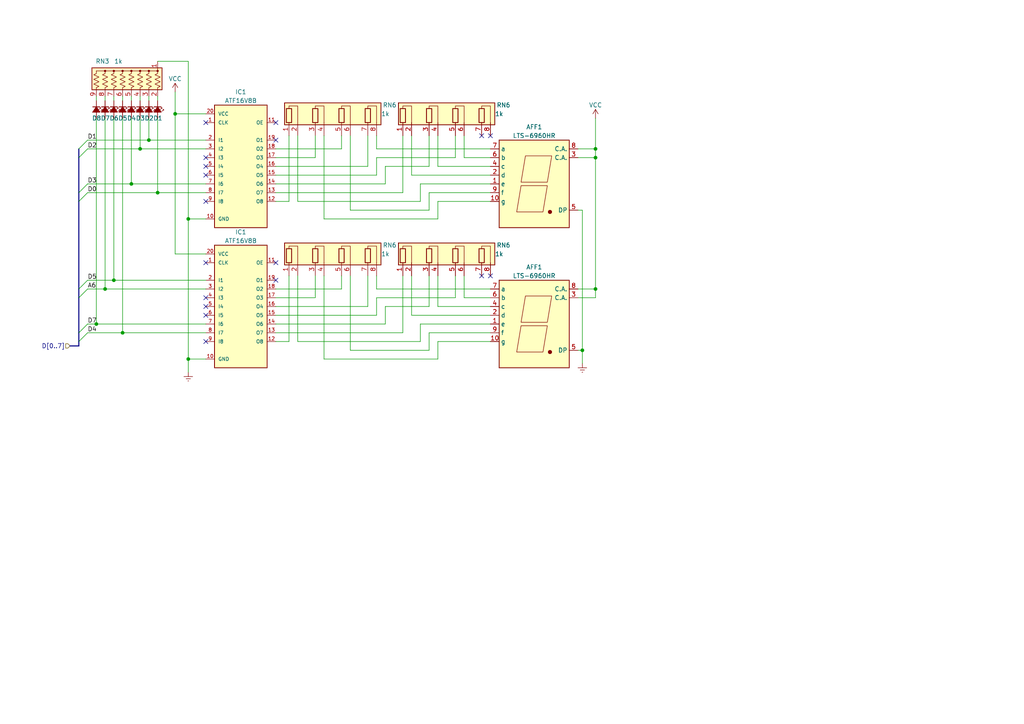
<source format=kicad_sch>
(kicad_sch (version 20230121) (generator eeschema)
  (paper "A4")
  (lib_symbols
    (symbol "ATF16V8B:ATF16V8B" (pin_names (offset 1.016))
      (property "Reference" "IC" (at -7.6215 19.0537 0))
      (property "Value" "ATF16V8B" (at -7.6215 -20.3241 0))
      (symbol "ATF16V8B_0_0"
        (rectangle (start -7.62 -17.78) (end 7.62 17.78) (stroke (width 0.254)) (fill (type background)))
        (pin input line (at -10.16 12.7 0) (length 2.54) (name "CLK") (number "1"))
        (pin power_in line (at -10.16 -15.24 0) (length 2.54) (name "GND") (number "10"))
        (pin input line (at 10.16 12.7 180) (length 2.54) (name "OE") (number "11"))
        (pin output line (at 10.16 -10.16 180) (length 2.54) (name "O8") (number "12"))
        (pin output line (at 10.16 -7.62 180) (length 2.54) (name "O7") (number "13"))
        (pin output line (at 10.16 -5.08 180) (length 2.54) (name "O6") (number "14"))
        (pin output line (at 10.16 -2.54 180) (length 2.54) (name "O5") (number "15"))
        (pin output line (at 10.16 0 180) (length 2.54) (name "O4") (number "16"))
        (pin output line (at 10.16 2.54 180) (length 2.54) (name "O3") (number "17"))
        (pin output line (at 10.16 5.08 180) (length 2.54) (name "O2") (number "18"))
        (pin output line (at 10.16 7.62 180) (length 2.54) (name "O1") (number "19"))
        (pin input line (at -10.16 7.62 0) (length 2.54) (name "I1") (number "2"))
        (pin power_in line (at -10.16 15.24 0) (length 2.54) (name "VCC") (number "20"))
        (pin input line (at -10.16 5.08 0) (length 2.54) (name "I2") (number "3"))
        (pin input line (at -10.16 2.54 0) (length 2.54) (name "I3") (number "4"))
        (pin input line (at -10.16 0 0) (length 2.54) (name "I4") (number "5"))
        (pin input line (at -10.16 -2.54 0) (length 2.54) (name "I5") (number "6"))
        (pin input line (at -10.16 -5.08 0) (length 2.54) (name "I6") (number "7"))
        (pin input line (at -10.16 -7.62 0) (length 2.54) (name "I7") (number "8"))
        (pin input line (at -10.16 -10.16 0) (length 2.54) (name "I8") (number "9"))
      )
    )
    (symbol "Device:LED_Small_Filled" (pin_numbers hide) (pin_names (offset 0.254) hide)
      (property "Reference" "D" (at -1.27 3.175 0))
      (property "Value" "LED_Small_Filled" (at -4.445 -2.54 0))
      (symbol "LED_Small_Filled_0_1"
        (polyline (pts (xy -0.762 -1.016) (xy -0.762 1.016)) (stroke (width 0.254)))
        (polyline (pts (xy 1.016 0) (xy -0.762 0)))
        (polyline (pts (xy 0.762 -1.016) (xy -0.762 0) (xy 0.762 1.016) (xy 0.762 -1.016)) (stroke (width 0.254)) (fill (type outline)))
        (polyline (pts (xy 0 0.762) (xy -0.508 1.27) (xy -0.254 1.27) (xy -0.508 1.27) (xy -0.508 1.016)))
        (polyline (pts (xy 0.508 1.27) (xy 0 1.778) (xy 0.254 1.778) (xy 0 1.778) (xy 0 1.524)))
      )
      (symbol "LED_Small_Filled_1_1"
        (pin passive line (at -2.54 0 0) (length 1.778) (name "K") (number "1"))
        (pin passive line (at 2.54 0 180) (length 1.778) (name "A") (number "2"))
      )
    )
    (symbol "Device:R_Network08_US" (pin_names (offset 0) hide)
      (property "Reference" "RN" (at -12.7 0 90))
      (property "Value" "R_Network08_US" (at 10.16 0 90))
      (symbol "R_Network08_US_0_1"
        (rectangle (start -11.43 -3.175) (end 8.89 3.175) (stroke (width 0.254)) (fill (type background)))
        (circle (center -10.16 2.286) (radius 0.254) (fill (type outline)))
        (circle (center -7.62 2.286) (radius 0.254) (fill (type outline)))
        (circle (center -5.08 2.286) (radius 0.254) (fill (type outline)))
        (circle (center -2.54 2.286) (radius 0.254) (fill (type outline)))
        (polyline (pts (xy -10.16 2.286) (xy 7.62 2.286)))
        (polyline (pts (xy -10.16 2.286) (xy -10.16 1.524) (xy -9.398 1.1684) (xy -10.922 0.508) (xy -9.398 -0.1524) (xy -10.922 -0.8382) (xy -9.398 -1.524) (xy -10.922 -2.1844) (xy -10.16 -2.54) (xy -10.16 -3.81)))
        (polyline (pts (xy -7.62 2.286) (xy -7.62 1.524) (xy -6.858 1.1684) (xy -8.382 0.508) (xy -6.858 -0.1524) (xy -8.382 -0.8382) (xy -6.858 -1.524) (xy -8.382 -2.1844) (xy -7.62 -2.54) (xy -7.62 -3.81)))
        (polyline (pts (xy -5.08 2.286) (xy -5.08 1.524) (xy -4.318 1.1684) (xy -5.842 0.508) (xy -4.318 -0.1524) (xy -5.842 -0.8382) (xy -4.318 -1.524) (xy -5.842 -2.1844) (xy -5.08 -2.54) (xy -5.08 -3.81)))
        (polyline (pts (xy -2.54 2.286) (xy -2.54 1.524) (xy -1.778 1.1684) (xy -3.302 0.508) (xy -1.778 -0.1524) (xy -3.302 -0.8382) (xy -1.778 -1.524) (xy -3.302 -2.1844) (xy -2.54 -2.54) (xy -2.54 -3.81)))
        (polyline (pts (xy 0 2.286) (xy 0 1.524) (xy 0.762 1.1684) (xy -0.762 0.508) (xy 0.762 -0.1524) (xy -0.762 -0.8382) (xy 0.762 -1.524) (xy -0.762 -2.1844) (xy 0 -2.54) (xy 0 -3.81)))
        (polyline (pts (xy 2.54 2.286) (xy 2.54 1.524) (xy 3.302 1.1684) (xy 1.778 0.508) (xy 3.302 -0.1524) (xy 1.778 -0.8382) (xy 3.302 -1.524) (xy 1.778 -2.1844) (xy 2.54 -2.54) (xy 2.54 -3.81)))
        (polyline (pts (xy 5.08 2.286) (xy 5.08 1.524) (xy 5.842 1.1684) (xy 4.318 0.508) (xy 5.842 -0.1524) (xy 4.318 -0.8382) (xy 5.842 -1.524) (xy 4.318 -2.1844) (xy 5.08 -2.54) (xy 5.08 -3.81)))
        (polyline (pts (xy 7.62 2.286) (xy 7.62 1.524) (xy 8.382 1.1684) (xy 6.858 0.508) (xy 8.382 -0.1524) (xy 6.858 -0.8382) (xy 8.382 -1.524) (xy 6.858 -2.1844) (xy 7.62 -2.54) (xy 7.62 -3.81)))
        (circle (center 0 2.286) (radius 0.254) (fill (type outline)))
        (circle (center 2.54 2.286) (radius 0.254) (fill (type outline)))
        (circle (center 5.08 2.286) (radius 0.254) (fill (type outline)))
      )
      (symbol "R_Network08_US_1_1"
        (pin passive line (at -10.16 5.08 270) (length 2.54) (name "common") (number "1"))
        (pin passive line (at -10.16 -5.08 90) (length 1.27) (name "R1") (number "2"))
        (pin passive line (at -7.62 -5.08 90) (length 1.27) (name "R2") (number "3"))
        (pin passive line (at -5.08 -5.08 90) (length 1.27) (name "R3") (number "4"))
        (pin passive line (at -2.54 -5.08 90) (length 1.27) (name "R4") (number "5"))
        (pin passive line (at 0 -5.08 90) (length 1.27) (name "R5") (number "6"))
        (pin passive line (at 2.54 -5.08 90) (length 1.27) (name "R6") (number "7"))
        (pin passive line (at 5.08 -5.08 90) (length 1.27) (name "R7") (number "8"))
        (pin passive line (at 7.62 -5.08 90) (length 1.27) (name "R8") (number "9"))
      )
    )
    (symbol "Device:R_Pack04_SIP" (pin_names (offset 0) hide)
      (property "Reference" "RN" (at -15.24 0 90))
      (property "Value" "R_Pack04_SIP" (at 15.24 0 90))
      (symbol "R_Pack04_SIP_0_1"
        (rectangle (start -13.97 -1.905) (end 13.97 4.445) (stroke (width 0.254)) (fill (type background)))
        (rectangle (start -13.462 2.794) (end -11.938 -1.27) (stroke (width 0.254)))
        (rectangle (start -5.842 2.794) (end -4.318 -1.27) (stroke (width 0.254)))
        (polyline (pts (xy -12.7 2.794) (xy -12.7 3.556) (xy -10.16 3.556) (xy -10.16 -1.27)))
        (polyline (pts (xy -5.08 2.794) (xy -5.08 3.556) (xy -2.54 3.556) (xy -2.54 -1.27)))
        (polyline (pts (xy 2.54 2.794) (xy 2.54 3.556) (xy 5.08 3.556) (xy 5.08 -1.27)))
        (polyline (pts (xy 10.16 2.794) (xy 10.16 3.556) (xy 12.7 3.556) (xy 12.7 -1.27)))
        (rectangle (start 1.778 2.794) (end 3.302 -1.27) (stroke (width 0.254)))
        (rectangle (start 9.398 2.794) (end 10.922 -1.27) (stroke (width 0.254)))
      )
      (symbol "R_Pack04_SIP_1_1"
        (pin passive line (at -12.7 -5.08 90) (length 3.81) (name "R1.1") (number "1"))
        (pin passive line (at -10.16 -5.08 90) (length 3.81) (name "R1.2") (number "2"))
        (pin passive line (at -5.08 -5.08 90) (length 3.81) (name "R2.1") (number "3"))
        (pin passive line (at -2.54 -5.08 90) (length 3.81) (name "R2.2") (number "4"))
        (pin passive line (at 2.54 -5.08 90) (length 3.81) (name "R3.1") (number "5"))
        (pin passive line (at 5.08 -5.08 90) (length 3.81) (name "R3.2") (number "6"))
        (pin passive line (at 10.16 -5.08 90) (length 3.81) (name "R4.1") (number "7"))
        (pin passive line (at 12.7 -5.08 90) (length 3.81) (name "R4.2") (number "8"))
      )
    )
    (symbol "Display_Character:LTS-6960HR"
      (property "Reference" "AFF" (at -7.874 13.97 0))
      (property "Value" "LTS-6960HR" (at -2.032 13.97 0))
      (symbol "LTS-6960HR_0_1"
        (rectangle (start -10.16 12.7) (end 10.16 -12.7) (stroke (width 0.254)) (fill (type background)))
        (polyline (pts (xy -3.81 -0.508) (xy 3.81 -0.508) (xy 2.54 -8.128) (xy -5.08 -8.128) (xy -3.81 -0.508) (xy -3.81 -0.508)))
        (polyline (pts (xy -2.54 8.128) (xy 5.08 8.128) (xy 3.81 0.508) (xy -3.81 0.508) (xy -2.54 8.128) (xy -2.54 8.128)))
        (circle (center 4.572 -8.128) (radius 0.508) (fill (type outline)))
      )
      (symbol "LTS-6960HR_1_1"
        (pin passive line (at -12.7 0 0) (length 2.54) (name "e") (number "1"))
        (pin passive line (at -12.7 -5.08 0) (length 2.54) (name "g") (number "10"))
        (pin passive line (at -12.7 2.54 0) (length 2.54) (name "d") (number "2"))
        (pin passive line (at 12.7 7.62 180) (length 2.54) (name "C.A.") (number "3"))
        (pin passive line (at -12.7 5.08 0) (length 2.54) (name "c") (number "4"))
        (pin passive line (at 12.7 -7.62 180) (length 2.54) (name "DP") (number "5"))
        (pin passive line (at -12.7 7.62 0) (length 2.54) (name "b") (number "6"))
        (pin passive line (at -12.7 10.16 0) (length 2.54) (name "a") (number "7"))
        (pin passive line (at 12.7 10.16 180) (length 2.54) (name "C.A.") (number "8"))
        (pin passive line (at -12.7 -2.54 0) (length 2.54) (name "f") (number "9"))
      )
    )
    (symbol "power:Earth" (power) (pin_names (offset 0))
      (symbol "Earth_0_1"
        (polyline (pts (xy -0.635 -1.905) (xy 0.635 -1.905)))
        (polyline (pts (xy -0.127 -2.54) (xy 0.127 -2.54)))
        (polyline (pts (xy 0 -1.27) (xy 0 0)))
        (polyline (pts (xy 1.27 -1.27) (xy -1.27 -1.27)))
      )
      (symbol "Earth_1_1"
        (pin power_in line (at 0 0 270) (length 0) hide (name "Earth") (number "1"))
      )
    )
    (symbol "power:VCC" (power) (pin_names (offset 0))
      (property "Value" "VCC" (at 0 3.81 0))
      (symbol "VCC_0_1"
        (polyline (pts (xy -0.762 1.27) (xy 0 2.54)))
        (polyline (pts (xy 0 0) (xy 0 2.54)))
        (polyline (pts (xy 0 2.54) (xy 0.762 1.27)))
      )
      (symbol "VCC_1_1"
        (pin power_in line (at 0 0 90) (length 0) hide (name "VCC") (number "1"))
      )
    )
  )
  (junction (at 38.1 53.34))
  (junction (at 172.72 45.72))
  (junction (at 27.94 93.98))
  (junction (at 172.72 83.82))
  (junction (at 40.64 43.18))
  (junction (at 45.72 55.88))
  (junction (at 50.8 33.02))
  (junction (at 54.61 63.5))
  (junction (at 54.61 104.14))
  (junction (at 30.48 83.82))
  (junction (at 33.02 81.28))
  (junction (at 168.91 101.6))
  (junction (at 172.72 43.18))
  (junction (at 35.56 96.52))
  (junction (at 43.18 40.64))
  (no_connect (at 139.7 80.01))
  (no_connect (at 59.69 45.72))
  (no_connect (at 80.01 35.56))
  (no_connect (at 139.7 39.37))
  (no_connect (at 59.69 76.2))
  (no_connect (at 59.69 35.56))
  (no_connect (at 80.01 81.28))
  (no_connect (at 59.69 91.44))
  (no_connect (at 142.24 39.37))
  (no_connect (at 59.69 86.36))
  (no_connect (at 142.24 80.01))
  (no_connect (at 59.69 88.9))
  (no_connect (at 59.69 99.06))
  (no_connect (at 80.01 76.2))
  (no_connect (at 59.69 58.42))
  (no_connect (at 59.69 48.26))
  (no_connect (at 59.69 50.8))
  (no_connect (at 80.01 40.64))
  (bus_entry (at 22.86 43.18) (size 2.54 -2.54))
  (bus_entry (at 22.86 99.06) (size 2.54 -2.54))
  (bus_entry (at 22.86 45.72) (size 2.54 -2.54))
  (bus_entry (at 22.86 86.36) (size 2.54 -2.54))
  (bus_entry (at 22.86 96.52) (size 2.54 -2.54))
  (bus_entry (at 22.86 83.82) (size 2.54 -2.54))
  (bus_entry (at 22.86 55.88) (size 2.54 -2.54))
  (bus_entry (at 22.86 58.42) (size 2.54 -2.54))
  (wire (pts (xy 50.8 33.02) (xy 50.8 26.67)))
  (wire (pts (xy 109.22 50.8) (xy 80.01 50.8)))
  (wire (pts (xy 142.24 86.36) (xy 134.62 86.36)))
  (wire (pts (xy 35.56 34.29) (xy 35.56 96.52)))
  (wire (pts (xy 27.94 93.98) (xy 59.69 93.98)))
  (wire (pts (xy 142.24 88.9) (xy 127 88.9)))
  (wire (pts (xy 27.94 27.94) (xy 27.94 29.21)))
  (wire (pts (xy 86.36 80.01) (xy 86.36 99.06)))
  (wire (pts (xy 30.48 34.29) (xy 30.48 83.82)))
  (wire (pts (xy 124.46 80.01) (xy 124.46 88.9)))
  (wire (pts (xy 40.64 27.94) (xy 40.64 29.21)))
  (bus (pts (xy 22.86 83.82) (xy 22.86 86.36)))
  (wire (pts (xy 80.01 88.9) (xy 106.68 88.9)))
  (wire (pts (xy 106.68 39.37) (xy 106.68 48.26)))
  (wire (pts (xy 127 58.42) (xy 142.24 58.42)))
  (wire (pts (xy 45.72 34.29) (xy 45.72 55.88)))
  (wire (pts (xy 80.01 83.82) (xy 99.06 83.82)))
  (wire (pts (xy 132.08 80.01) (xy 132.08 86.36)))
  (wire (pts (xy 93.98 63.5) (xy 127 63.5)))
  (wire (pts (xy 124.46 60.96) (xy 124.46 55.88)))
  (wire (pts (xy 172.72 34.29) (xy 172.72 43.18)))
  (wire (pts (xy 124.46 48.26) (xy 111.76 48.26)))
  (wire (pts (xy 50.8 33.02) (xy 50.8 73.66)))
  (wire (pts (xy 43.18 27.94) (xy 43.18 29.21)))
  (wire (pts (xy 45.72 27.94) (xy 45.72 29.21)))
  (bus (pts (xy 22.86 58.42) (xy 22.86 83.82)))
  (wire (pts (xy 91.44 45.72) (xy 91.44 39.37)))
  (wire (pts (xy 38.1 34.29) (xy 38.1 53.34)))
  (wire (pts (xy 109.22 45.72) (xy 109.22 50.8)))
  (wire (pts (xy 116.84 39.37) (xy 116.84 55.88)))
  (wire (pts (xy 80.01 48.26) (xy 106.68 48.26)))
  (wire (pts (xy 111.76 88.9) (xy 111.76 93.98)))
  (wire (pts (xy 124.46 39.37) (xy 124.46 48.26)))
  (bus (pts (xy 20.32 100.33) (xy 22.86 100.33)))
  (wire (pts (xy 54.61 104.14) (xy 54.61 107.95)))
  (wire (pts (xy 38.1 27.94) (xy 38.1 29.21)))
  (wire (pts (xy 83.82 58.42) (xy 83.82 39.37)))
  (wire (pts (xy 50.8 73.66) (xy 59.69 73.66)))
  (wire (pts (xy 86.36 99.06) (xy 121.92 99.06)))
  (wire (pts (xy 142.24 50.8) (xy 119.38 50.8)))
  (wire (pts (xy 172.72 86.36) (xy 172.72 83.82)))
  (bus (pts (xy 22.86 99.06) (xy 22.86 100.33)))
  (wire (pts (xy 25.4 53.34) (xy 38.1 53.34)))
  (wire (pts (xy 86.36 39.37) (xy 86.36 58.42)))
  (wire (pts (xy 101.6 60.96) (xy 124.46 60.96)))
  (wire (pts (xy 25.4 93.98) (xy 27.94 93.98)))
  (wire (pts (xy 124.46 96.52) (xy 142.24 96.52)))
  (bus (pts (xy 22.86 96.52) (xy 22.86 99.06)))
  (wire (pts (xy 38.1 53.34) (xy 59.69 53.34)))
  (wire (pts (xy 93.98 39.37) (xy 93.98 63.5)))
  (wire (pts (xy 43.18 34.29) (xy 43.18 40.64)))
  (wire (pts (xy 134.62 86.36) (xy 134.62 80.01)))
  (wire (pts (xy 80.01 86.36) (xy 91.44 86.36)))
  (wire (pts (xy 116.84 96.52) (xy 80.01 96.52)))
  (wire (pts (xy 54.61 104.14) (xy 54.61 63.5)))
  (wire (pts (xy 40.64 34.29) (xy 40.64 43.18)))
  (wire (pts (xy 167.64 86.36) (xy 172.72 86.36)))
  (wire (pts (xy 116.84 80.01) (xy 116.84 96.52)))
  (wire (pts (xy 121.92 53.34) (xy 142.24 53.34)))
  (wire (pts (xy 25.4 55.88) (xy 45.72 55.88)))
  (wire (pts (xy 127 104.14) (xy 127 99.06)))
  (wire (pts (xy 25.4 83.82) (xy 30.48 83.82)))
  (wire (pts (xy 172.72 45.72) (xy 172.72 43.18)))
  (wire (pts (xy 134.62 45.72) (xy 134.62 39.37)))
  (wire (pts (xy 121.92 93.98) (xy 142.24 93.98)))
  (wire (pts (xy 101.6 101.6) (xy 124.46 101.6)))
  (wire (pts (xy 93.98 80.01) (xy 93.98 104.14)))
  (wire (pts (xy 132.08 39.37) (xy 132.08 45.72)))
  (wire (pts (xy 59.69 63.5) (xy 54.61 63.5)))
  (wire (pts (xy 80.01 45.72) (xy 91.44 45.72)))
  (wire (pts (xy 33.02 27.94) (xy 33.02 29.21)))
  (wire (pts (xy 121.92 93.98) (xy 121.92 99.06)))
  (wire (pts (xy 119.38 50.8) (xy 119.38 39.37)))
  (wire (pts (xy 127 99.06) (xy 142.24 99.06)))
  (wire (pts (xy 101.6 80.01) (xy 101.6 101.6)))
  (wire (pts (xy 99.06 43.18) (xy 99.06 39.37)))
  (wire (pts (xy 167.64 45.72) (xy 172.72 45.72)))
  (wire (pts (xy 25.4 96.52) (xy 35.56 96.52)))
  (wire (pts (xy 109.22 91.44) (xy 80.01 91.44)))
  (wire (pts (xy 30.48 27.94) (xy 30.48 29.21)))
  (wire (pts (xy 121.92 53.34) (xy 121.92 58.42)))
  (wire (pts (xy 111.76 53.34) (xy 80.01 53.34)))
  (wire (pts (xy 127 88.9) (xy 127 80.01)))
  (wire (pts (xy 142.24 45.72) (xy 134.62 45.72)))
  (bus (pts (xy 22.86 43.18) (xy 22.86 45.72)))
  (wire (pts (xy 124.46 55.88) (xy 142.24 55.88)))
  (wire (pts (xy 127 63.5) (xy 127 58.42)))
  (wire (pts (xy 80.01 43.18) (xy 99.06 43.18)))
  (wire (pts (xy 109.22 86.36) (xy 109.22 91.44)))
  (wire (pts (xy 35.56 27.94) (xy 35.56 29.21)))
  (wire (pts (xy 109.22 80.01) (xy 109.22 83.82)))
  (wire (pts (xy 124.46 101.6) (xy 124.46 96.52)))
  (wire (pts (xy 43.18 40.64) (xy 59.69 40.64)))
  (wire (pts (xy 111.76 93.98) (xy 80.01 93.98)))
  (wire (pts (xy 168.91 101.6) (xy 168.91 105.41)))
  (wire (pts (xy 142.24 48.26) (xy 127 48.26)))
  (wire (pts (xy 93.98 104.14) (xy 127 104.14)))
  (wire (pts (xy 111.76 48.26) (xy 111.76 53.34)))
  (wire (pts (xy 127 48.26) (xy 127 39.37)))
  (bus (pts (xy 22.86 86.36) (xy 22.86 96.52)))
  (bus (pts (xy 22.86 55.88) (xy 22.86 58.42)))
  (wire (pts (xy 109.22 83.82) (xy 142.24 83.82)))
  (wire (pts (xy 40.64 43.18) (xy 59.69 43.18)))
  (wire (pts (xy 27.94 34.29) (xy 27.94 93.98)))
  (wire (pts (xy 172.72 45.72) (xy 172.72 83.82)))
  (wire (pts (xy 25.4 81.28) (xy 33.02 81.28)))
  (wire (pts (xy 167.64 60.96) (xy 168.91 60.96)))
  (wire (pts (xy 116.84 55.88) (xy 80.01 55.88)))
  (wire (pts (xy 109.22 43.18) (xy 142.24 43.18)))
  (wire (pts (xy 35.56 96.52) (xy 59.69 96.52)))
  (wire (pts (xy 59.69 104.14) (xy 54.61 104.14)))
  (wire (pts (xy 109.22 39.37) (xy 109.22 43.18)))
  (wire (pts (xy 106.68 80.01) (xy 106.68 88.9)))
  (bus (pts (xy 22.86 45.72) (xy 22.86 55.88)))
  (wire (pts (xy 168.91 60.96) (xy 168.91 101.6)))
  (wire (pts (xy 101.6 39.37) (xy 101.6 60.96)))
  (wire (pts (xy 124.46 88.9) (xy 111.76 88.9)))
  (wire (pts (xy 54.61 17.78) (xy 54.61 63.5)))
  (wire (pts (xy 86.36 58.42) (xy 121.92 58.42)))
  (wire (pts (xy 25.4 43.18) (xy 40.64 43.18)))
  (wire (pts (xy 167.64 43.18) (xy 172.72 43.18)))
  (wire (pts (xy 142.24 91.44) (xy 119.38 91.44)))
  (wire (pts (xy 33.02 81.28) (xy 59.69 81.28)))
  (wire (pts (xy 167.64 101.6) (xy 168.91 101.6)))
  (wire (pts (xy 83.82 99.06) (xy 83.82 80.01)))
  (wire (pts (xy 167.64 83.82) (xy 172.72 83.82)))
  (wire (pts (xy 80.01 58.42) (xy 83.82 58.42)))
  (wire (pts (xy 119.38 91.44) (xy 119.38 80.01)))
  (wire (pts (xy 25.4 40.64) (xy 43.18 40.64)))
  (wire (pts (xy 132.08 45.72) (xy 109.22 45.72)))
  (wire (pts (xy 91.44 86.36) (xy 91.44 80.01)))
  (wire (pts (xy 33.02 34.29) (xy 33.02 81.28)))
  (wire (pts (xy 80.01 99.06) (xy 83.82 99.06)))
  (wire (pts (xy 59.69 33.02) (xy 50.8 33.02)))
  (wire (pts (xy 45.72 17.78) (xy 54.61 17.78)))
  (wire (pts (xy 132.08 86.36) (xy 109.22 86.36)))
  (wire (pts (xy 30.48 83.82) (xy 59.69 83.82)))
  (wire (pts (xy 45.72 55.88) (xy 59.69 55.88)))
  (wire (pts (xy 99.06 83.82) (xy 99.06 80.01)))
  (label "D0" (at 25.4 55.88 0))
  (label "D1" (at 25.4 40.64 0))
  (label "D3" (at 25.4 53.34 0))
  (label "D7" (at 25.4 93.98 0))
  (label "D4" (at 25.4 96.52 0))
  (label "A6" (at 25.4 83.82 0))
  (label "D2" (at 25.4 43.18 0))
  (label "D5" (at 25.4 81.28 0))
  (hierarchical_label "D[0..7]" (shape input) (at 20.32 100.33 180))
  (symbol (lib_id "Device:R_Pack04_SIP") (at 96.52 74.93 0) (unit 1)
    (property "Reference" "RN6" (at 113.03 71.12 0))
    (property "Value" "1k" (at 111.76 73.66 0))
    (property "Footprint" "Resistor_THT:R_Array_SIP8" (effects hide))
    (property "Datasheet" "http://www.vishay.com/docs/31509/csc.pdf" (effects hide))
    (instances (project "rod6502" (path "" (reference "RN6") (unit 1)) (path "" (reference "RN6") (unit 1)) (path "" (reference "RN15") (unit 1))))
  )
  (symbol (lib_id "Device:R_Network08_US") (at 35.56 22.86 0) (mirror y) (unit 1)
    (property "Reference" "RN3" (at 31.75 17.78 0) (effects (justify left)))
    (property "Value" "1k" (at 35.56 17.78 0) (effects (justify left)))
    (property "Footprint" "Resistor_THT:R_Array_SIP9" (effects hide))
    (property "Datasheet" "http://www.vishay.com/docs/31509/csc.pdf" (effects hide))
    (instances (project "rod6502" (path "" (reference "RN3") (unit 1)) (path "" (reference "RN3") (unit 1)) (path "" (reference "RN12") (unit 1))))
  )
  (symbol (lib_id "Display_Character:LTS-6960HR") (at 154.94 53.34 0) (unit 1)
    (property "Reference" "AFF1" (at 154.94 36.83 0))
    (property "Value" "LTS-6960HR" (at 154.94 39.37 0))
    (property "Footprint" "Display_7Segment:7SegmentLED_LTS6760_LTS6780" (effects hide))
    (property "Datasheet" "https://datasheet.octopart.com/LTS-6960HR-Lite-On-datasheet-11803242.pdf" (effects hide))
    (instances (project "rod6502" (path "" (reference "AFF1") (unit 1)) (path "" (reference "AFF1") (unit 1)) (path "" (reference "AFF3") (unit 1))))
  )
  (symbol (lib_id "Device:LED_Small_Filled") (at 30.48 31.75 270) (unit 1)
    (property "Reference" "D7" (at 29.21 34.29 90) (effects (justify left)))
    (property "Value" "LED_Small_Filled" (effects hide))
    (instances (project "rod6502" (path "" (reference "D7") (unit 1)) (path "" (reference "D2") (unit 1)) (path "" (reference "D10") (unit 1))))
  )
  (symbol (lib_id "Display_Character:LTS-6960HR") (at 154.94 93.98 0) (unit 1)
    (property "Reference" "AFF1" (at 154.94 77.47 0))
    (property "Value" "LTS-6960HR" (at 154.94 80.01 0))
    (property "Footprint" "Display_7Segment:7SegmentLED_LTS6760_LTS6780" (effects hide))
    (property "Datasheet" "https://datasheet.octopart.com/LTS-6960HR-Lite-On-datasheet-11803242.pdf" (effects hide))
    (instances (project "rod6502" (path "" (reference "AFF1") (unit 1)) (path "" (reference "AFF2") (unit 1)) (path "" (reference "AFF4") (unit 1))))
  )
  (symbol (lib_id "Device:LED_Small_Filled") (at 40.64 31.75 270) (unit 1)
    (property "Reference" "D3" (at 39.37 34.29 90) (effects (justify left)))
    (property "Value" "LED_Small_Filled" (effects hide))
    (instances (project "rod6502" (path "" (reference "D3") (unit 1)) (path "" (reference "D6") (unit 1)) (path "" (reference "D14") (unit 1))))
  )
  (symbol (lib_id "power:Earth") (at 54.61 107.95 0) (unit 1)
    (property "Reference" "#PWR050" (effects hide))
    (property "Value" "Earth" (effects hide))
  )
  (symbol (lib_id "Device:LED_Small_Filled") (at 35.56 31.75 270) (unit 1)
    (property "Reference" "D5" (at 34.29 34.29 90) (effects (justify left)))
    (property "Value" "LED_Small_Filled" (effects hide))
    (instances (project "rod6502" (path "" (reference "D5") (unit 1)) (path "" (reference "D4") (unit 1)) (path "" (reference "D12") (unit 1))))
  )
  (symbol (lib_id "Device:R_Pack04_SIP") (at 129.54 74.93 0) (unit 1)
    (property "Reference" "RN6" (at 146.05 71.12 0))
    (property "Value" "1k" (at 144.78 73.66 0))
    (property "Footprint" "Resistor_THT:R_Array_SIP8" (effects hide))
    (property "Datasheet" "http://www.vishay.com/docs/31509/csc.pdf" (effects hide))
    (instances (project "rod6502" (path "" (reference "RN6") (unit 1)) (path "" (reference "RN11") (unit 1)) (path "" (reference "RN16") (unit 1))))
  )
  (symbol (lib_id "Device:LED_Small_Filled") (at 33.02 31.75 270) (unit 1)
    (property "Reference" "D6" (at 31.75 34.29 90) (effects (justify left)))
    (property "Value" "LED_Small_Filled" (effects hide))
    (instances (project "rod6502" (path "" (reference "D6") (unit 1)) (path "" (reference "D3") (unit 1)) (path "" (reference "D11") (unit 1))))
  )
  (symbol (lib_id "power:VCC") (at 172.72 34.29 0) (unit 1)
    (property "Reference" "#PWR05" (effects hide))
    (property "Value" "+5V" (at 172.72 30.48 0))
    (instances (project "rod6502" (path "" (reference "#PWR05") (unit 1)) (path "" (reference "#PWR025") (unit 1)) (path "" (reference "#PWR025") (unit 1)) (path "" (reference "#PWR049") (unit 1))))
  )
  (symbol (lib_id "Device:LED_Small_Filled") (at 43.18 31.75 270) (unit 1)
    (property "Reference" "D2" (at 41.91 34.29 90) (effects (justify left)))
    (property "Value" "LED_Small_Filled" (effects hide))
    (instances (project "rod6502" (path "" (reference "D2") (unit 1)) (path "" (reference "D7") (unit 1)) (path "" (reference "D15") (unit 1))))
  )
  (symbol (lib_id "Device:LED_Small_Filled") (at 45.72 31.75 270) (unit 1)
    (property "Reference" "D1" (at 44.45 34.29 90) (effects (justify left)))
    (property "Value" "LED_Small_Filled" (effects hide))
    (instances (project "rod6502" (path "" (reference "D1") (unit 1)) (path "" (reference "D8") (unit 1)) (path "" (reference "D16") (unit 1))))
  )
  (symbol (lib_id "ATF16V8B:ATF16V8B") (at 69.85 88.9 0) (unit 1)
    (property "Reference" "IC1" (at 69.85 67.31 0))
    (property "Value" "ATF16V8B" (at 69.85 69.85 0))
    (property "OC_FARNELL" "unknown" (effects hide))
    (property "OC_NEWARK" "unknown" (effects hide))
    (instances (project "rod6502" (path "" (reference "IC1") (unit 1)) (path "" (reference "IC2") (unit 1)) (path "" (reference "IC4") (unit 1))))
  )
  (symbol (lib_id "Device:R_Pack04_SIP") (at 96.52 34.29 0) (unit 1)
    (property "Reference" "RN6" (at 113.03 30.48 0))
    (property "Value" "1k" (at 111.76 33.02 0))
    (property "Footprint" "Resistor_THT:R_Array_SIP8" (effects hide))
    (property "Datasheet" "http://www.vishay.com/docs/31509/csc.pdf" (effects hide))
    (instances (project "rod6502" (path "" (reference "RN6") (unit 1)) (path "" (reference "RN2") (unit 1)) (path "" (reference "RN13") (unit 1))))
  )
  (symbol (lib_id "Device:R_Pack04_SIP") (at 129.54 34.29 0) (unit 1)
    (property "Reference" "RN6" (at 146.05 30.48 0))
    (property "Value" "1k" (at 144.78 33.02 0))
    (property "Footprint" "Resistor_THT:R_Array_SIP8" (effects hide))
    (property "Datasheet" "http://www.vishay.com/docs/31509/csc.pdf" (effects hide))
    (instances (project "rod6502" (path "" (reference "RN6") (unit 1)) (path "" (reference "RN4") (unit 1)) (path "" (reference "RN14") (unit 1))))
  )
  (symbol (lib_id "Device:LED_Small_Filled") (at 38.1 31.75 270) (unit 1)
    (property "Reference" "D4" (at 36.83 34.29 90) (effects (justify left)))
    (property "Value" "LED_Small_Filled" (effects hide))
    (instances (project "rod6502" (path "" (reference "D4") (unit 1)) (path "" (reference "D5") (unit 1)) (path "" (reference "D13") (unit 1))))
  )
  (symbol (lib_id "ATF16V8B:ATF16V8B") (at 69.85 48.26 0) (unit 1)
    (property "Reference" "IC1" (at 69.85 26.67 0))
    (property "Value" "ATF16V8B" (at 69.85 29.21 0))
    (property "OC_FARNELL" "unknown" (effects hide))
    (property "OC_NEWARK" "unknown" (effects hide))
    (instances (project "rod6502" (path "" (reference "IC1") (unit 1)) (path "" (reference "IC1") (unit 1)) (path "" (reference "IC3") (unit 1))))
  )
  (symbol (lib_id "Device:LED_Small_Filled") (at 27.94 31.75 270) (unit 1)
    (property "Reference" "D8" (at 26.67 34.29 90) (effects (justify left)))
    (property "Value" "LED_Small_Filled" (effects hide))
    (instances (project "rod6502" (path "" (reference "D8") (unit 1)) (path "" (reference "D1") (unit 1)) (path "" (reference "D9") (unit 1))))
  )
  (symbol (lib_id "power:VCC") (at 50.8 26.67 0) (unit 1)
    (property "Reference" "#PWR05" (effects hide))
    (property "Value" "+5V" (at 50.8 22.86 0))
    (instances (project "rod6502" (path "" (reference "#PWR05") (unit 1)) (path "" (reference "#PWR025") (unit 1)) (path "" (reference "#PWR023") (unit 1)) (path "" (reference "#PWR042") (unit 1))))
  )
  (symbol (lib_id "power:Earth") (at 168.91 105.41 0) (unit 1)
    (property "Reference" "#PWR050" (effects hide))
    (property "Value" "Earth" (effects hide))
    (instances (project "rod6502" (path "" (reference "#PWR050") (unit 1)) (path "" (reference "#PWR051") (unit 1))))
  )
)
</source>
